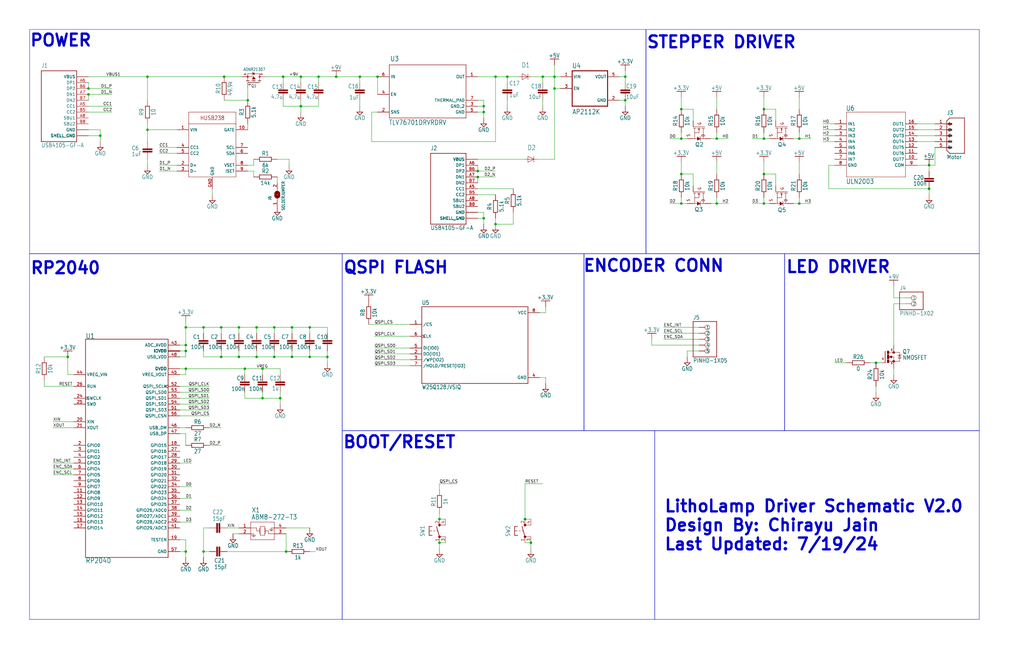
<source format=kicad_sch>
(kicad_sch (version 20231120) (generator "eeschema") (generator_version "8.0")
  (paper "User" 440.919 279.933)
  (title_block (title "Driver V2"))
  (junction (at 113.03 171.45))
  (junction (at 137.16 33.02))
  (junction (at 29.21 153.67))
  (junction (at 120.65 171.45))
  (junction (at 38.1 40.64))
  (junction (at 113.03 158.75))
  (junction (at 377.19 156.21))
  (junction (at 80.01 158.75))
  (junction (at 205.74 76.2))
  (junction (at 213.36 33.02))
  (junction (at 293.37 87.63))
  (junction (at 189.23 223.52))
  (junction (at 63.5 55.88))
  (junction (at 208.28 93.98))
  (junction (at 123.19 237.49))
  (junction (at 308.61 59.69))
  (junction (at 140.97 153.67))
  (junction (at 80.01 148.59))
  (junction (at 205.74 73.66))
  (junction (at 96.52 33.02))
  (junction (at 106.68 43.18))
  (junction (at 213.36 96.52))
  (junction (at 80.01 140.97))
  (junction (at 293.37 74.93))
  (junction (at 208.28 48.26))
  (junction (at 400.05 71.12))
  (junction (at 95.25 153.67))
  (junction (at 121.92 33.02))
  (junction (at 118.11 140.97))
  (junction (at 233.68 33.02))
  (junction (at 208.28 45.72))
  (junction (at 189.23 233.68))
  (junction (at 87.63 140.97))
  (junction (at 102.87 153.67))
  (junction (at 400.05 81.28))
  (junction (at 328.93 59.69))
  (junction (at 269.24 33.02))
  (junction (at 238.76 33.02))
  (junction (at 238.76 38.1))
  (junction (at 80.01 237.49))
  (junction (at 43.18 58.42))
  (junction (at 293.37 46.99))
  (junction (at 63.5 33.02))
  (junction (at 80.01 151.13))
  (junction (at 95.25 140.97))
  (junction (at 125.73 140.97))
  (junction (at 110.49 153.67))
  (junction (at 228.6 233.68))
  (junction (at 38.1 38.1))
  (junction (at 344.17 87.63))
  (junction (at 129.54 45.72))
  (junction (at 162.56 33.02))
  (junction (at 133.35 153.67))
  (junction (at 129.54 33.02))
  (junction (at 144.78 33.02))
  (junction (at 102.87 140.97))
  (junction (at 293.37 59.69))
  (junction (at 328.93 46.99))
  (junction (at 154.94 33.02))
  (junction (at 125.73 153.67))
  (junction (at 328.93 74.93))
  (junction (at 328.93 87.63))
  (junction (at 87.63 237.49))
  (junction (at 105.41 158.75))
  (junction (at 344.17 59.69))
  (junction (at 110.49 140.97))
  (junction (at 269.24 43.18))
  (junction (at 118.11 153.67))
  (junction (at 133.35 140.97))
  (junction (at 226.06 223.52))
  (junction (at 308.61 87.63))
  (junction (at 218.44 33.02))
  (wire (pts (xy 344.17 59.69) (xy 349.25 59.69)) (stroke (width 0.1524)))
  (wire (pts (xy 208.28 43.18) (xy 208.28 45.72)) (stroke (width 0.1524)))
  (wire (pts (xy 109.22 73.66) (xy 109.22 76.2)) (stroke (width 0.1524)))
  (wire (pts (xy 293.37 59.69) (xy 295.91 59.69)) (stroke (width 0.1524)))
  (wire (pts (xy 87.63 237.49) (xy 90.17 237.49)) (stroke (width 0.1524)))
  (wire (pts (xy 109.22 73.66) (xy 106.68 73.66)) (stroke (width 0.1524)))
  (wire (pts (xy 137.16 33.02) (xy 129.54 33.02)) (stroke (width 0.1524)))
  (wire (pts (xy 359.41 53.34) (xy 354.33 53.34)) (stroke (width 0.1524)))
  (wire (pts (xy 105.41 161.29) (xy 105.41 158.75)) (stroke (width 0.1524)))
  (wire (pts (xy 295.91 151.13) (xy 295.91 153.67)) (stroke (width 0.1524)))
  (wire (pts (xy 205.74 91.44) (xy 208.28 91.44)) (stroke (width 0.1524)))
  (wire (pts (xy 87.63 153.67) (xy 87.63 151.13)) (stroke (width 0.1524)))
  (wire (pts (xy 205.74 48.26) (xy 208.28 48.26)) (stroke (width 0.1524)))
  (wire (pts (xy 293.37 74.93) (xy 298.45 74.93)) (stroke (width 0.1524)))
  (wire (pts (xy 106.68 43.18) (xy 106.68 38.1)) (stroke (width 0.1524)))
  (wire (pts (xy 90.17 227.33) (xy 87.63 227.33)) (stroke (width 0.1524)))
  (wire (pts (xy 124.46 68.58) (xy 124.46 71.12)) (stroke (width 0.1524)))
  (wire (pts (xy 38.1 40.64) (xy 38.1 43.18)) (stroke (width 0.1524)))
  (wire (pts (xy 374.65 156.21) (xy 377.19 156.21)) (stroke (width 0.1524)))
  (wire (pts (xy 213.36 96.52) (xy 220.98 96.52)) (stroke (width 0.1524)))
  (wire (pts (xy 80.01 140.97) (xy 80.01 148.59)) (stroke (width 0.1524)))
  (wire (pts (xy 110.49 140.97) (xy 102.87 140.97)) (stroke (width 0.1524)))
  (wire (pts (xy 133.35 153.67) (xy 125.73 153.67)) (stroke (width 0.1524)))
  (wire (pts (xy 31.75 201.93) (xy 22.86 201.93)) (stroke (width 0.1524)))
  (wire (pts (xy 77.47 153.67) (xy 80.01 153.67)) (stroke (width 0.1524)))
  (wire (pts (xy 400.05 73.66) (xy 400.05 71.12)) (stroke (width 0.1524)))
  (wire (pts (xy 80.01 186.69) (xy 80.01 191.77)) (stroke (width 0.1524)))
  (wire (pts (xy 154.94 33.02) (xy 162.56 33.02)) (stroke (width 0.1524)))
  (wire (pts (xy 293.37 46.99) (xy 293.37 41.91)) (stroke (width 0.1524)))
  (wire (pts (xy 208.28 93.98) (xy 208.28 96.52)) (stroke (width 0.1524)))
  (wire (pts (xy 77.47 179.07) (xy 90.17 179.07)) (stroke (width 0.1524)))
  (wire (pts (xy 308.61 59.69) (xy 313.69 59.69)) (stroke (width 0.1524)))
  (wire (pts (xy 137.16 33.02) (xy 144.78 33.02)) (stroke (width 0.1524)))
  (wire (pts (xy 63.5 71.12) (xy 63.5 68.58)) (stroke (width 0.1524)))
  (wire (pts (xy 359.41 60.96) (xy 354.33 60.96)) (stroke (width 0.1524)))
  (wire (pts (xy 87.63 227.33) (xy 87.63 237.49)) (stroke (width 0.1524)))
  (wire (pts (xy 238.76 68.58) (xy 238.76 38.1)) (stroke (width 0.1524)))
  (wire (pts (xy 160.02 60.96) (xy 160.02 48.26)) (stroke (width 0.1524)))
  (wire (pts (xy 328.93 87.63) (xy 323.85 87.63)) (stroke (width 0.1524)))
  (wire (pts (xy 189.23 236.22) (xy 189.23 233.68)) (stroke (width 0.1524)))
  (wire (pts (xy 176.53 144.78) (xy 161.29 144.78)) (stroke (width 0.1524)))
  (wire (pts (xy 328.93 59.69) (xy 331.47 59.69)) (stroke (width 0.1524)))
  (wire (pts (xy 223.52 33.02) (xy 218.44 33.02)) (stroke (width 0.1524)))
  (wire (pts (xy 77.47 199.39) (xy 82.55 199.39)) (stroke (width 0.1524)))
  (wire (pts (xy 77.47 168.91) (xy 90.17 168.91)) (stroke (width 0.1524)))
  (wire (pts (xy 109.22 71.12) (xy 106.68 71.12)) (stroke (width 0.1524)))
  (wire (pts (xy 29.21 161.29) (xy 31.75 161.29)) (stroke (width 0.1524)))
  (wire (pts (xy 120.65 171.45) (xy 120.65 173.99)) (stroke (width 0.1524)))
  (wire (pts (xy 110.49 153.67) (xy 102.87 153.67)) (stroke (width 0.1524)))
  (wire (pts (xy 176.53 154.94) (xy 161.29 154.94)) (stroke (width 0.1524)))
  (wire (pts (xy 140.97 151.13) (xy 140.97 153.67)) (stroke (width 0.1524)))
  (wire (pts (xy 80.01 148.59) (xy 80.01 151.13)) (stroke (width 0.1524)))
  (wire (pts (xy 226.06 233.68) (xy 228.6 233.68)) (stroke (width 0.1524)))
  (wire (pts (xy 238.76 33.02) (xy 241.3 33.02)) (stroke (width 0.1524)))
  (wire (pts (xy 38.1 45.72) (xy 48.26 45.72)) (stroke (width 0.1524)))
  (wire (pts (xy 80.01 151.13) (xy 77.47 151.13)) (stroke (width 0.1524)))
  (wire (pts (xy 118.11 143.51) (xy 118.11 140.97)) (stroke (width 0.1524)))
  (wire (pts (xy 189.23 210.82) (xy 189.23 208.28)) (stroke (width 0.1524)))
  (wire (pts (xy 110.49 153.67) (xy 110.49 151.13)) (stroke (width 0.1524)))
  (wire (pts (xy 189.23 223.52) (xy 191.77 223.52)) (stroke (width 0.1524)))
  (wire (pts (xy 328.93 59.69) (xy 323.85 59.69)) (stroke (width 0.1524)))
  (wire (pts (xy 377.19 166.37) (xy 377.19 168.91)) (stroke (width 0.1524)))
  (wire (pts (xy 205.74 81.28) (xy 220.98 81.28)) (stroke (width 0.1524)))
  (wire (pts (xy 394.97 60.96) (xy 402.59 60.96)) (stroke (width 0.1524)))
  (wire (pts (xy 133.35 140.97) (xy 125.73 140.97)) (stroke (width 0.1524)))
  (wire (pts (xy 213.36 60.96) (xy 160.02 60.96)) (stroke (width 0.1524)))
  (wire (pts (xy 328.93 74.93) (xy 328.93 69.85)) (stroke (width 0.1524)))
  (wire (pts (xy 121.92 45.72) (xy 129.54 45.72)) (stroke (width 0.1524)))
  (wire (pts (xy 102.87 153.67) (xy 102.87 151.13)) (stroke (width 0.1524)))
  (wire (pts (xy 293.37 87.63) (xy 288.29 87.63)) (stroke (width 0.1524)))
  (wire (pts (xy 300.99 143.51) (xy 285.75 143.51)) (stroke (width 0.1524)))
  (wire (pts (xy 31.75 199.39) (xy 22.86 199.39)) (stroke (width 0.1524)))
  (wire (pts (xy 137.16 45.72) (xy 137.16 43.18)) (stroke (width 0.1524)))
  (wire (pts (xy 228.6 33.02) (xy 233.68 33.02)) (stroke (width 0.1524)))
  (wire (pts (xy 43.18 58.42) (xy 43.18 60.96)) (stroke (width 0.1524)))
  (wire (pts (xy 77.47 176.53) (xy 90.17 176.53)) (stroke (width 0.1524)))
  (wire (pts (xy 31.75 184.15) (xy 22.86 184.15)) (stroke (width 0.1524)))
  (wire (pts (xy 113.03 171.45) (xy 105.41 171.45)) (stroke (width 0.1524)))
  (wire (pts (xy 344.17 87.63) (xy 344.17 85.09)) (stroke (width 0.1524)))
  (wire (pts (xy 31.75 204.47) (xy 22.86 204.47)) (stroke (width 0.1524)))
  (wire (pts (xy 154.94 45.72) (xy 154.94 43.18)) (stroke (width 0.1524)))
  (wire (pts (xy 129.54 45.72) (xy 137.16 45.72)) (stroke (width 0.1524)))
  (wire (pts (xy 266.7 43.18) (xy 269.24 43.18)) (stroke (width 0.1524)))
  (wire (pts (xy 334.01 74.93) (xy 334.01 80.01)) (stroke (width 0.1524)))
  (wire (pts (xy 80.01 237.49) (xy 80.01 240.03)) (stroke (width 0.1524)))
  (wire (pts (xy 308.61 46.99) (xy 308.61 41.91)) (stroke (width 0.1524)))
  (wire (pts (xy 97.79 227.33) (xy 102.87 227.33)) (stroke (width 0.1524)))
  (wire (pts (xy 113.03 171.45) (xy 113.03 168.91)) (stroke (width 0.1524)))
  (wire (pts (xy 205.74 93.98) (xy 208.28 93.98)) (stroke (width 0.1524)))
  (wire (pts (xy 300.99 146.05) (xy 285.75 146.05)) (stroke (width 0.1524)))
  (wire (pts (xy 82.55 219.71) (xy 77.47 219.71)))
  (wire (pts (xy 269.24 30.48) (xy 269.24 33.02)) (stroke (width 0.1524)))
  (wire (pts (xy 118.11 153.67) (xy 118.11 151.13)) (stroke (width 0.1524)))
  (wire (pts (xy 38.1 55.88) (xy 43.18 55.88)) (stroke (width 0.1524)))
  (wire (pts (xy 110.49 143.51) (xy 110.49 140.97)) (stroke (width 0.1524)))
  (wire (pts (xy 218.44 35.56) (xy 218.44 33.02)) (stroke (width 0.1524)))
  (wire (pts (xy 80.01 158.75) (xy 80.01 161.29)) (stroke (width 0.1524)))
  (wire (pts (xy 76.2 73.66) (xy 68.58 73.66)) (stroke (width 0.1524)))
  (wire (pts (xy 341.63 59.69) (xy 344.17 59.69)) (stroke (width 0.1524)))
  (wire (pts (xy 208.28 45.72) (xy 208.28 48.26)) (stroke (width 0.1524)))
  (wire (pts (xy 133.35 237.49) (xy 135.89 237.49)))
  (wire (pts (xy 140.97 153.67) (xy 133.35 153.67)) (stroke (width 0.1524)))
  (wire (pts (xy 226.06 223.52) (xy 226.06 208.28)) (stroke (width 0.1524)))
  (wire (pts (xy 402.59 63.5) (xy 402.59 71.12)) (stroke (width 0.1524)))
  (wire (pts (xy 76.2 63.5) (xy 68.58 63.5)) (stroke (width 0.1524)))
  (wire (pts (xy 218.44 45.72) (xy 218.44 43.18)) (stroke (width 0.1524)))
  (wire (pts (xy 113.03 161.29) (xy 113.03 158.75)) (stroke (width 0.1524)))
  (wire (pts (xy 176.53 149.86) (xy 161.29 149.86)) (stroke (width 0.1524)))
  (wire (pts (xy 384.81 158.75) (xy 384.81 161.29)) (stroke (width 0.1524)))
  (wire (pts (xy 82.55 214.63) (xy 77.47 214.63)))
  (wire (pts (xy 231.14 68.58) (xy 238.76 68.58)) (stroke (width 0.1524)))
  (wire (pts (xy 233.68 43.18) (xy 233.68 45.72)) (stroke (width 0.1524)))
  (wire (pts (xy 140.97 140.97) (xy 133.35 140.97)) (stroke (width 0.1524)))
  (wire (pts (xy 356.87 81.28) (xy 400.05 81.28)) (stroke (width 0.1524)))
  (wire (pts (xy 234.95 132.08) (xy 234.95 134.62)) (stroke (width 0.1524)))
  (wire (pts (xy 91.44 83.82) (xy 91.44 81.28)) (stroke (width 0.1524)))
  (wire (pts (xy 234.95 134.62) (xy 232.41 134.62)) (stroke (width 0.1524)))
  (wire (pts (xy 95.25 143.51) (xy 95.25 140.97)) (stroke (width 0.1524)))
  (wire (pts (xy 19.05 163.83) (xy 19.05 166.37)) (stroke (width 0.1524)))
  (wire (pts (xy 77.47 148.59) (xy 80.01 148.59)) (stroke (width 0.1524)))
  (wire (pts (xy 208.28 50.8) (xy 208.28 48.26)) (stroke (width 0.1524)))
  (wire (pts (xy 77.47 166.37) (xy 90.17 166.37)) (stroke (width 0.1524)))
  (wire (pts (xy 241.3 38.1) (xy 238.76 38.1)) (stroke (width 0.1524)))
  (wire (pts (xy 328.93 46.99) (xy 334.01 46.99)) (stroke (width 0.1524)))
  (wire (pts (xy 359.41 71.12) (xy 356.87 71.12)) (stroke (width 0.1524)))
  (wire (pts (xy 133.35 153.67) (xy 133.35 151.13)) (stroke (width 0.1524)))
  (wire (pts (xy 356.87 71.12) (xy 356.87 81.28)) (stroke (width 0.1524)))
  (wire (pts (xy 269.24 33.02) (xy 266.7 33.02)) (stroke (width 0.1524)))
  (wire (pts (xy 90.17 184.15) (xy 95.25 184.15)) (stroke (width 0.1524)))
  (wire (pts (xy 377.19 156.21) (xy 379.73 156.21)) (stroke (width 0.1524)))
  (wire (pts (xy 29.21 153.67) (xy 29.21 161.29)) (stroke (width 0.1524)))
  (wire (pts (xy 293.37 87.63) (xy 295.91 87.63)) (stroke (width 0.1524)))
  (wire (pts (xy 328.93 57.15) (xy 328.93 59.69)) (stroke (width 0.1524)))
  (wire (pts (xy 334.01 46.99) (xy 334.01 52.07)) (stroke (width 0.1524)))
  (wire (pts (xy 176.53 157.48) (xy 161.29 157.48)) (stroke (width 0.1524)))
  (wire (pts (xy 96.52 43.18) (xy 106.68 43.18)) (stroke (width 0.1524)))
  (wire (pts (xy 77.47 158.75) (xy 80.01 158.75)) (stroke (width 0.1524)))
  (wire (pts (xy 280.67 146.05) (xy 280.67 148.59)) (stroke (width 0.1524)))
  (wire (pts (xy 308.61 87.63) (xy 313.69 87.63)) (stroke (width 0.1524)))
  (wire (pts (xy 121.92 43.18) (xy 121.92 45.72)) (stroke (width 0.1524)))
  (wire (pts (xy 394.97 53.34) (xy 402.59 53.34)) (stroke (width 0.1524)))
  (wire (pts (xy 293.37 57.15) (xy 293.37 59.69)) (stroke (width 0.1524)))
  (wire (pts (xy 158.75 139.7) (xy 176.53 139.7)) (stroke (width 0.1524)))
  (wire (pts (xy 102.87 143.51) (xy 102.87 140.97)) (stroke (width 0.1524)))
  (wire (pts (xy 306.07 87.63) (xy 308.61 87.63)) (stroke (width 0.1524)))
  (wire (pts (xy 118.11 140.97) (xy 110.49 140.97)) (stroke (width 0.1524)))
  (wire (pts (xy 328.93 87.63) (xy 331.47 87.63)) (stroke (width 0.1524)))
  (wire (pts (xy 298.45 46.99) (xy 298.45 52.07)) (stroke (width 0.1524)))
  (wire (pts (xy 344.17 46.99) (xy 344.17 41.91)) (stroke (width 0.1524)))
  (wire (pts (xy 77.47 173.99) (xy 90.17 173.99)) (stroke (width 0.1524)))
  (wire (pts (xy 205.74 43.18) (xy 208.28 43.18)) (stroke (width 0.1524)))
  (wire (pts (xy 113.03 158.75) (xy 105.41 158.75)) (stroke (width 0.1524)))
  (wire (pts (xy 234.95 162.56) (xy 234.95 165.1)) (stroke (width 0.1524)))
  (wire (pts (xy 189.23 220.98) (xy 189.23 223.52)) (stroke (width 0.1524)))
  (wire (pts (xy 394.97 55.88) (xy 402.59 55.88)) (stroke (width 0.1524)))
  (wire (pts (xy 300.99 140.97) (xy 285.75 140.97)) (stroke (width 0.1524)))
  (wire (pts (xy 95.25 140.97) (xy 87.63 140.97)) (stroke (width 0.1524)))
  (wire (pts (xy 344.17 87.63) (xy 349.25 87.63)) (stroke (width 0.1524)))
  (wire (pts (xy 308.61 87.63) (xy 308.61 85.09)) (stroke (width 0.1524)))
  (wire (pts (xy 205.74 33.02) (xy 213.36 33.02)) (stroke (width 0.1524)))
  (wire (pts (xy 359.41 58.42) (xy 354.33 58.42)) (stroke (width 0.1524)))
  (wire (pts (xy 123.19 237.49) (xy 97.79 237.49)) (stroke (width 0.1524)))
  (wire (pts (xy 213.36 33.02) (xy 213.36 60.96)) (stroke (width 0.1524)))
  (wire (pts (xy 63.5 33.02) (xy 63.5 43.18)) (stroke (width 0.1524)))
  (wire (pts (xy 300.99 151.13) (xy 295.91 151.13)) (stroke (width 0.1524)))
  (wire (pts (xy 102.87 140.97) (xy 95.25 140.97)) (stroke (width 0.1524)))
  (wire (pts (xy 400.05 71.12) (xy 394.97 71.12)) (stroke (width 0.1524)))
  (wire (pts (xy 123.19 229.87) (xy 123.19 237.49)) (stroke (width 0.1524)))
  (wire (pts (xy 144.78 33.02) (xy 154.94 33.02)) (stroke (width 0.1524)))
  (wire (pts (xy 80.01 161.29) (xy 77.47 161.29)) (stroke (width 0.1524)))
  (wire (pts (xy 38.1 33.02) (xy 63.5 33.02)) (stroke (width 0.1524)))
  (wire (pts (xy 226.06 223.52) (xy 228.6 223.52)) (stroke (width 0.1524)))
  (wire (pts (xy 129.54 33.02) (xy 129.54 35.56)) (stroke (width 0.1524)))
  (wire (pts (xy 125.73 143.51) (xy 125.73 140.97)) (stroke (width 0.1524)))
  (wire (pts (xy 208.28 91.44) (xy 208.28 93.98)) (stroke (width 0.1524)))
  (wire (pts (xy 87.63 140.97) (xy 80.01 140.97)) (stroke (width 0.1524)))
  (wire (pts (xy 205.74 78.74) (xy 205.74 76.2)) (stroke (width 0.1524)))
  (wire (pts (xy 359.41 55.88) (xy 354.33 55.88)) (stroke (width 0.1524)))
  (wire (pts (xy 306.07 59.69) (xy 308.61 59.69)) (stroke (width 0.1524)))
  (wire (pts (xy 213.36 83.82) (xy 205.74 83.82)) (stroke (width 0.1524)))
  (wire (pts (xy 120.65 168.91) (xy 120.65 171.45)) (stroke (width 0.1524)))
  (wire (pts (xy 102.87 153.67) (xy 95.25 153.67)) (stroke (width 0.1524)))
  (wire (pts (xy 205.74 45.72) (xy 208.28 45.72)) (stroke (width 0.1524)))
  (wire (pts (xy 95.25 153.67) (xy 87.63 153.67)) (stroke (width 0.1524)))
  (wire (pts (xy 125.73 153.67) (xy 118.11 153.67)) (stroke (width 0.1524)))
  (wire (pts (xy 213.36 93.98) (xy 213.36 96.52)) (stroke (width 0.1524)))
  (wire (pts (xy 269.24 35.56) (xy 269.24 33.02)) (stroke (width 0.1524)))
  (wire (pts (xy 228.6 236.22) (xy 228.6 233.68)) (stroke (width 0.1524)))
  (wire (pts (xy 205.74 76.2) (xy 213.36 76.2)) (stroke (width 0.1524)))
  (wire (pts (xy 140.97 153.67) (xy 140.97 156.21)) (stroke (width 0.1524)))
  (wire (pts (xy 38.1 40.64) (xy 48.26 40.64)) (stroke (width 0.1524)))
  (wire (pts (xy 121.92 33.02) (xy 114.3 33.02)) (stroke (width 0.1524)))
  (wire (pts (xy 344.17 74.93) (xy 344.17 69.85)) (stroke (width 0.1524)))
  (wire (pts (xy 82.55 224.79) (xy 77.47 224.79)))
  (wire (pts (xy 43.18 55.88) (xy 43.18 58.42)) (stroke (width 0.1524)))
  (wire (pts (xy 31.75 181.61) (xy 22.86 181.61)) (stroke (width 0.1524)))
  (wire (pts (xy 118.11 153.67) (xy 110.49 153.67)) (stroke (width 0.1524)))
  (wire (pts (xy 133.35 143.51) (xy 133.35 140.97)) (stroke (width 0.1524)))
  (wire (pts (xy 308.61 74.93) (xy 308.61 69.85)) (stroke (width 0.1524)))
  (wire (pts (xy 137.16 35.56) (xy 137.16 33.02)) (stroke (width 0.1524)))
  (wire (pts (xy 328.93 85.09) (xy 328.93 87.63)) (stroke (width 0.1524)))
  (wire (pts (xy 82.55 209.55) (xy 77.47 209.55)))
  (wire (pts (xy 189.23 208.28) (xy 196.85 208.28)) (stroke (width 0.1524)))
  (wire (pts (xy 129.54 48.26) (xy 129.54 45.72)) (stroke (width 0.1524)))
  (wire (pts (xy 400.05 83.82) (xy 400.05 81.28)) (stroke (width 0.1524)))
  (wire (pts (xy 129.54 45.72) (xy 129.54 43.18)) (stroke (width 0.1524)))
  (wire (pts (xy 328.93 74.93) (xy 334.01 74.93)) (stroke (width 0.1524)))
  (wire (pts (xy 105.41 171.45) (xy 105.41 168.91)) (stroke (width 0.1524)))
  (wire (pts (xy 121.92 35.56) (xy 121.92 33.02)) (stroke (width 0.1524)))
  (wire (pts (xy 106.68 53.34) (xy 106.68 55.88)) (stroke (width 0.1524)))
  (wire (pts (xy 189.23 233.68) (xy 191.77 233.68)) (stroke (width 0.1524)))
  (wire (pts (xy 87.63 140.97) (xy 87.63 143.51)) (stroke (width 0.1524)))
  (wire (pts (xy 328.93 46.99) (xy 328.93 41.91)) (stroke (width 0.1524)))
  (wire (pts (xy 119.38 68.58) (xy 124.46 68.58)) (stroke (width 0.1524)))
  (wire (pts (xy 176.53 152.4) (xy 161.29 152.4)) (stroke (width 0.1524)))
  (wire (pts (xy 119.38 76.2) (xy 119.38 78.74)))
  (wire (pts (xy 384.81 128.27) (xy 384.81 123.19)) (stroke (width 0.1524)))
  (wire (pts (xy 205.74 71.12) (xy 205.74 73.66)) (stroke (width 0.1524)))
  (wire (pts (xy 96.52 33.02) (xy 104.14 33.02)) (stroke (width 0.1524)))
  (wire (pts (xy 19.05 166.37) (xy 31.75 166.37)) (stroke (width 0.1524)))
  (wire (pts (xy 125.73 140.97) (xy 118.11 140.97)) (stroke (width 0.1524)))
  (wire (pts (xy 402.59 71.12) (xy 400.05 71.12)) (stroke (width 0.1524)))
  (wire (pts (xy 76.2 71.12) (xy 68.58 71.12)) (stroke (width 0.1524)))
  (wire (pts (xy 77.47 186.69) (xy 80.01 186.69)) (stroke (width 0.1524)))
  (wire (pts (xy 63.5 60.96) (xy 63.5 55.88)) (stroke (width 0.1524)))
  (wire (pts (xy 205.74 73.66) (xy 213.36 73.66)) (stroke (width 0.1524)))
  (wire (pts (xy 90.17 191.77) (xy 95.25 191.77)) (stroke (width 0.1524)))
  (wire (pts (xy 232.41 162.56) (xy 234.95 162.56)) (stroke (width 0.1524)))
  (wire (pts (xy 77.47 237.49) (xy 80.01 237.49)) (stroke (width 0.1524)))
  (wire (pts (xy 38.1 48.26) (xy 48.26 48.26)) (stroke (width 0.1524)))
  (wire (pts (xy 238.76 27.94) (xy 238.76 33.02)) (stroke (width 0.1524)))
  (wire (pts (xy 38.1 35.56) (xy 38.1 38.1)) (stroke (width 0.1524)))
  (wire (pts (xy 364.49 156.21) (xy 359.41 156.21)) (stroke (width 0.1524)))
  (wire (pts (xy 120.65 158.75) (xy 113.03 158.75)) (stroke (width 0.1524)))
  (wire (pts (xy 121.92 33.02) (xy 129.54 33.02)) (stroke (width 0.1524)))
  (wire (pts (xy 238.76 38.1) (xy 238.76 33.02)) (stroke (width 0.1524)))
  (wire (pts (xy 389.89 128.27) (xy 384.81 128.27)) (stroke (width 0.1524)))
  (wire (pts (xy 140.97 143.51) (xy 140.97 140.97)) (stroke (width 0.1524)))
  (wire (pts (xy 308.61 59.69) (xy 308.61 57.15)) (stroke (width 0.1524)))
  (wire (pts (xy 233.68 33.02) (xy 238.76 33.02)) (stroke (width 0.1524)))
  (wire (pts (xy 226.06 208.28) (xy 233.68 208.28)) (stroke (width 0.1524)))
  (wire (pts (xy 100.33 229.87) (xy 102.87 229.87)) (stroke (width 0.1524)))
  (wire (pts (xy 154.94 33.02) (xy 154.94 35.56)) (stroke (width 0.1524)))
  (wire (pts (xy 205.74 68.58) (xy 226.06 68.58)) (stroke (width 0.1524)))
  (wire (pts (xy 80.01 184.15) (xy 77.47 184.15)) (stroke (width 0.1524)))
  (wire (pts (xy 38.1 38.1) (xy 48.26 38.1)) (stroke (width 0.1524)))
  (wire (pts (xy 125.73 153.67) (xy 125.73 151.13)) (stroke (width 0.1524)))
  (wire (pts (xy 344.17 59.69) (xy 344.17 57.15)) (stroke (width 0.1524)))
  (wire (pts (xy 76.2 55.88) (xy 63.5 55.88)) (stroke (width 0.1524)))
  (wire (pts (xy 293.37 46.99) (xy 298.45 46.99)) (stroke (width 0.1524)))
  (wire (pts (xy 160.02 48.26) (xy 162.56 48.26)) (stroke (width 0.1524)))
  (wire (pts (xy 63.5 55.88) (xy 63.5 53.34)) (stroke (width 0.1524)))
  (wire (pts (xy 220.98 91.44) (xy 220.98 96.52)) (stroke (width 0.1524)))
  (wire (pts (xy 218.44 33.02) (xy 213.36 33.02)) (stroke (width 0.1524)))
  (wire (pts (xy 293.37 74.93) (xy 293.37 69.85)) (stroke (width 0.1524)))
  (wire (pts (xy 389.89 130.81) (xy 384.81 130.81)) (stroke (width 0.1524)))
  (wire (pts (xy 341.63 87.63) (xy 344.17 87.63)) (stroke (width 0.1524)))
  (wire (pts (xy 77.47 171.45) (xy 90.17 171.45)) (stroke (width 0.1524)))
  (wire (pts (xy 123.19 227.33) (xy 133.35 227.33)) (stroke (width 0.1524)))
  (wire (pts (xy 95.25 153.67) (xy 95.25 151.13)) (stroke (width 0.1524)))
  (wire (pts (xy 38.1 58.42) (xy 43.18 58.42)) (stroke (width 0.1524)))
  (wire (pts (xy 109.22 68.58) (xy 109.22 71.12)) (stroke (width 0.1524)))
  (wire (pts (xy 87.63 237.49) (xy 87.63 240.03)) (stroke (width 0.1524)))
  (wire (pts (xy 120.65 161.29) (xy 120.65 158.75)) (stroke (width 0.1524)))
  (wire (pts (xy 300.99 148.59) (xy 280.67 148.59)) (stroke (width 0.1524)))
  (wire (pts (xy 120.65 171.45) (xy 113.03 171.45)) (stroke (width 0.1524)))
  (wire (pts (xy 80.01 158.75) (xy 105.41 158.75)) (stroke (width 0.1524)))
  (wire (pts (xy 19.05 153.67) (xy 29.21 153.67)) (stroke (width 0.1524)))
  (wire (pts (xy 80.01 138.43) (xy 80.01 140.97)) (stroke (width 0.1524)))
  (wire (pts (xy 384.81 130.81) (xy 384.81 148.59)) (stroke (width 0.1524)))
  (wire (pts (xy 293.37 59.69) (xy 288.29 59.69)) (stroke (width 0.1524)))
  (wire (pts (xy 96.52 33.02) (xy 63.5 33.02)) (stroke (width 0.1524)))
  (wire (pts (xy 233.68 33.02) (xy 233.68 35.56)) (stroke (width 0.1524)))
  (wire (pts (xy 269.24 43.18) (xy 269.24 45.72)) (stroke (width 0.1524)))
  (wire (pts (xy 394.97 58.42) (xy 402.59 58.42)) (stroke (width 0.1524)))
  (wire (pts (xy 293.37 85.09) (xy 293.37 87.63)) (stroke (width 0.1524)))
  (wire (pts (xy 162.56 40.64) (xy 162.56 33.02)) (stroke (width 0.1524)))
  (wire (pts (xy 68.58 66.04) (xy 76.2 66.04)) (stroke (width 0.1524)))
  (wire (pts (xy 298.45 74.93) (xy 298.45 80.01)) (stroke (width 0.1524)))
  (wire (pts (xy 80.01 151.13) (xy 80.01 153.67)) (stroke (width 0.1524)))
  (wire (pts (xy 80.01 232.41) (xy 80.01 237.49)) (stroke (width 0.1524)))
  (wire (pts (xy 77.47 232.41) (xy 80.01 232.41)) (stroke (width 0.1524)))
  (rectangle (start 251.46 109.22) (end 337.82 185.42))
  (rectangle (start 147.32 185.42) (end 281.94 266.7))
  (rectangle (start 12.7 109.22) (end 147.32 266.7))
  (rectangle (start 12.7327 12.6871) (end 278.1627 109.22))
  (rectangle (start 147.32 109.22) (end 251.46 185.42))
  (rectangle (start 337.82 109.22) (end 421.64 185.42))
  (rectangle (start 278.13 12.7) (end 421.64 109.22))
  (text_box "LithoLamp Driver Schematic V2.0\nDesign By: Chirayu Jain\nLast Updated: 7/19/24\n" (at 281.94 185.42 0) (size 139.7 81.28) (effects (font (size 5.08 5.08) (thickness 1.016) (bold yes)) (justify left)))
  (text "STEPPER DRIVER\n" (at 310.642 18.288 0) (effects (font (size 5.08 5.08) (thickness 1.016) (bold yes))))
  (text "RP2040" (at 28.194 115.57 0) (effects (font (size 5.08 5.08) (thickness 1.016) (bold yes))))
  (text "QSPI FLASH" (at 170.434 115.316 0) (effects (font (size 5.08 5.08) (thickness 1.016) (bold yes))))
  (text "ENCODER CONN\n" (at 281.432 114.554 0) (effects (font (size 5.08 5.08) (thickness 1.016) (bold yes))))
  (text "BOOT/RESET" (at 171.958 190.5 0) (effects (font (size 5.08 5.08) (thickness 1.016) (bold yes))))
  (text "LED DRIVER\n" (at 360.934 115.062 0) (effects (font (size 5.08 5.08) (thickness 1.016) (bold yes))))
  (text "POWER\n" (at 26.162 17.526 0) (effects (font (size 5.08 5.08) (thickness 1.016) (bold yes))))
  (label "QSPI_SD0" (at 90.17 168.91 180) (effects (font (size 1.2446 1.2446))))
  (label "H0" (at 354.33 53.34 0) (effects (font (size 1.2446 1.2446))))
  (label "QSPI_SD1" (at 161.29 152.4 0) (effects (font (size 1.2446 1.2446))))
  (label "D3" (at 323.85 87.63 0) (effects (font (size 1.2446 1.2446))))
  (label "D3" (at 82.55 224.79 180) (effects (font (size 1.2446 1.2446))))
  (label "D1_N" (at 48.26 40.64 180) (effects (font (size 1.2446 1.2446))))
  (label "RESET" (at 25.4 166.37 0) (effects (font (size 1.2446 1.2446))))
  (label "H1" (at 349.25 59.69 180) (effects (font (size 1.2446 1.2446))))
  (label "ENC_SCL" (at 22.86 204.47 0) (effects (font (size 1.2446 1.2446))))
  (label "D0" (at 82.55 209.55 180) (effects (font (size 1.2446 1.2446))))
  (label "QSPI_CS" (at 161.29 139.7 0) (effects (font (size 1.2446 1.2446))))
  (label "D2_P" (at 213.36 73.66 180) (effects (font (size 1.2446 1.2446))))
  (label "QSPI_SD2" (at 161.29 154.94 0) (effects (font (size 1.2446 1.2446))))
  (label "ENC_SDA" (at 22.86 201.93 0) (effects (font (size 1.2446 1.2446))))
  (label "ENC_SCL" (at 285.75 143.51 0) (effects (font (size 1.2446 1.2446))))
  (label "CC1" (at 48.26 45.72 180) (effects (font (size 1.2446 1.2446))))
  (label "D2_P" (at 90.17 191.77 0) (effects (font (size 1.2446 1.2446))))
  (label "D1_P" (at 68.58 71.12 0) (effects (font (size 1.2446 1.2446))))
  (label "VREG" (at 110.49 158.75 0) (effects (font (size 1.2446 1.2446))))
  (label "QSPI_SD1" (at 90.17 171.45 180) (effects (font (size 1.2446 1.2446))))
  (label "XIN" (at 22.86 181.61 0) (effects (font (size 1.2446 1.2446))))
  (label "ENC_SDA" (at 285.75 146.05 0) (effects (font (size 1.2446 1.2446))))
  (label "D1" (at 82.55 214.63 180) (effects (font (size 1.2446 1.2446))))
  (label "LED" (at 82.55 199.39 180) (effects (font (size 1.2446 1.2446))))
  (label "D2_N" (at 90.17 184.15 0) (effects (font (size 1.2446 1.2446))))
  (label "QSPI_CS" (at 90.17 179.07 180) (effects (font (size 1.2446 1.2446))))
  (label "QSPI_SD3" (at 90.17 176.53 180) (effects (font (size 1.2446 1.2446))))
  (label "CC2" (at 48.26 48.26 180) (effects (font (size 1.2446 1.2446))))
  (label "QSPI_SD3" (at 161.29 157.48 0) (effects (font (size 1.2446 1.2446))))
  (label "D0" (at 288.29 59.69 0) (effects (font (size 1.2446 1.2446))))
  (label "VBUS1" (at 45.72 33.02 0) (effects (font (size 1.2446 1.2446))))
  (label "ENC_INT" (at 22.86 199.39 0) (effects (font (size 1.2446 1.2446))))
  (label "H0" (at 313.69 59.69 180) (effects (font (size 1.2446 1.2446))))
  (label "QSPI_CS" (at 189.23 208.28 0) (effects (font (size 1.2446 1.2446))))
  (label "D1_N" (at 68.58 73.66 0) (effects (font (size 1.2446 1.2446))))
  (label "+9V" (at 124.46 33.02 0) (effects (font (size 1.2446 1.2446))))
  (label "H3" (at 354.33 60.96 0) (effects (font (size 1.2446 1.2446))))
  (label "H2" (at 354.33 58.42 0) (effects (font (size 1.2446 1.2446))))
  (label "QSPI_SD2" (at 90.17 173.99 180) (effects (font (size 1.2446 1.2446))))
  (label "H2" (at 313.69 87.63 180) (effects (font (size 1.2446 1.2446))))
  (label "ENC_INT" (at 285.75 140.97 0) (effects (font (size 1.2446 1.2446))))
  (label "D2" (at 82.55 219.71 180) (effects (font (size 1.2446 1.2446))))
  (label "QSPI_SD0" (at 161.29 149.86 0) (effects (font (size 1.2446 1.2446))))
  (label "D1_P" (at 48.26 38.1 180) (effects (font (size 1.2446 1.2446))))
  (label "RESET" (at 226.06 208.28 0) (effects (font (size 1.2446 1.2446))))
  (label "XIN" (at 97.79 227.33 0) (effects (font (size 1.2446 1.2446))))
  (label "D2" (at 288.29 87.63 0) (effects (font (size 1.2446 1.2446))))
  (label "XOUT" (at 135.89 237.49 0) (effects (font (size 1.2446 1.2446))))
  (label "CC1" (at 68.58 63.5 0) (effects (font (size 1.2446 1.2446))))
  (label "H3" (at 349.25 87.63 180) (effects (font (size 1.2446 1.2446))))
  (label "D2_N" (at 213.36 76.2 180) (effects (font (size 1.2446 1.2446))))
  (label "QSPI_CLK" (at 161.29 144.78 0) (effects (font (size 1.2446 1.2446))))
  (label "D1" (at 323.85 59.69 0) (effects (font (size 1.2446 1.2446))))
  (label "LED" (at 359.41 156.21 0) (effects (font (size 1.2446 1.2446))))
  (label "H1" (at 354.33 55.88 0) (effects (font (size 1.2446 1.2446))))
  (label "CC2" (at 68.58 66.04 0) (effects (font (size 1.2446 1.2446))))
  (label "QSPI_CLK" (at 90.17 166.37 180) (effects (font (size 1.2446 1.2446))))
  (label "XOUT" (at 22.86 184.15 0) (effects (font (size 1.2446 1.2446))))
  (symbol (lib_id "DriverV2-eagle-import:Power_Symbols_GND") (at 234.95 167.64 0) (unit 1)
    (property "Reference" "#SUPPLY20" (effects (hide yes)))
    (property "Value" "GND" (at 234.95 170.18 0) (effects (font (size 1.778 1.5113))))
  )
  (symbol (lib_name "RCHIP-0603(1608-METRIC)_8") (lib_id "DriverV2-eagle-import:RCHIP-0603(1608-METRIC)") (at 293.37 52.07 90) (unit 1)
    (property "Reference" "R14" (at 290.83 52.07 0) (effects (font (size 1.778 1.5113))))
    (property "Value" "10k" (at 295.91 52.07 0) (effects (font (size 1.778 1.5113))))
    (property "Footprint" "DriverV2:RESC1608X60" (effects (hide yes)))
  )
  (symbol (lib_id "DriverV2-eagle-import:Power_Symbols_+3.3V") (at 293.37 69.85 0) (unit 1)
    (property "Reference" "#SUPPLY37" (effects (hide yes)))
    (property "Value" "+3.3V" (at 293.243 66.802 0) (effects (font (size 1.778 1.5113)) (justify bottom)))
  )
  (symbol (lib_id "DriverV2-eagle-import:Power_Symbols_GND") (at 400.05 86.36 0) (unit 1)
    (property "Reference" "#SUPPLY33" (effects (hide yes)))
    (property "Value" "GND" (at 400.05 88.9 0) (effects (font (size 1.778 1.5113))))
  )
  (symbol (lib_id "DriverV2-eagle-import:Power_Symbols_GND") (at 218.44 48.26 0) (unit 1)
    (property "Reference" "#SUPPLY16" (effects (hide yes)))
    (property "Value" "GND" (at 218.44 50.8 0) (effects (font (size 1.778 1.5113))))
  )
  (symbol (lib_name "RCHIP-0603(1608-METRIC)_14") (lib_id "DriverV2-eagle-import:RCHIP-0603(1608-METRIC)") (at 344.17 52.07 90) (unit 1)
    (property "Reference" "R17" (at 341.63 52.07 0) (effects (font (size 1.778 1.5113))))
    (property "Value" "10k" (at 346.71 52.07 0) (effects (font (size 1.778 1.5113))))
    (property "Footprint" "DriverV2:RESC1608X60" (effects (hide yes)))
  )
  (symbol (lib_id "DriverV2-eagle-import:Power_Symbols_+5V") (at 308.61 69.85 0) (unit 1)
    (property "Reference" "#SUPPLY36" (effects (hide yes)))
    (property "Value" "+5V" (at 308.483 66.802 0) (effects (font (size 1.778 1.5113)) (justify bottom)))
  )
  (symbol (lib_name "RCHIP-0603(1608-METRIC)_5") (lib_id "DriverV2-eagle-import:RCHIP-0603(1608-METRIC)") (at 114.3 76.2 0) (unit 1)
    (property "Reference" "R2" (at 114.3 73.66 0) (effects (font (size 1.778 1.5113))))
    (property "Value" "14k" (at 114.3 78.74 0) (effects (font (size 1.778 1.5113))))
    (property "Footprint" "DriverV2:RESC1608X60" (effects (hide yes)))
  )
  (symbol (lib_name "RCHIP-0603(1608-METRIC)_1") (lib_id "DriverV2-eagle-import:RCHIP-0603(1608-METRIC)") (at 63.5 48.26 90) (unit 1)
    (property "Reference" "R9" (at 60.96 48.26 0) (effects (font (size 1.778 1.5113))))
    (property "Value" "10" (at 66.04 48.26 0) (effects (font (size 1.778 1.5113))))
    (property "Footprint" "DriverV2:RESC1608X60" (effects (hide yes)))
  )
  (symbol (lib_id "DriverV2-eagle-import:Power_Symbols_+3.3V") (at 80.01 138.43 0) (unit 1)
    (property "Reference" "#SUPPLY11" (effects (hide yes)))
    (property "Value" "+3.3V" (at 79.883 135.382 0) (effects (font (size 1.778 1.5113)) (justify bottom)))
  )
  (symbol (lib_id "DriverV2-eagle-import:PINHD-1X02_1X02M") (at 392.43 130.81 0) (unit 1)
    (property "Reference" "J4" (at 387.35 124.968 0) (effects (font (size 1.778 1.5113)) (justify left bottom)))
    (property "Value" "PINHD-1X02" (at 387.35 135.89 0) (effects (font (size 1.778 1.5113)) (justify left bottom)))
    (property "Footprint" "DriverV2:1X02" (effects (hide yes)))
  )
  (symbol (lib_name "RCHIP-0603(1608-METRIC)_10") (lib_id "DriverV2-eagle-import:RCHIP-0603(1608-METRIC)") (at 293.37 80.01 90) (unit 1)
    (property "Reference" "R18" (at 290.83 80.01 0) (effects (font (size 1.778 1.5113))))
    (property "Value" "10k" (at 295.91 80.01 0) (effects (font (size 1.778 1.5113))))
    (property "Footprint" "DriverV2:RESC1608X60" (effects (hide yes)))
  )
  (symbol (lib_name "RCHIP-0603(1608-METRIC)_11") (lib_id "DriverV2-eagle-import:RCHIP-0603(1608-METRIC)") (at 308.61 80.01 90) (unit 1)
    (property "Reference" "R19" (at 306.07 80.01 0) (effects (font (size 1.778 1.5113))))
    (property "Value" "10k" (at 311.15 80.01 0) (effects (font (size 1.778 1.5113))))
    (property "Footprint" "DriverV2:RESC1608X60" (effects (hide yes)))
  )
  (symbol (lib_id "DriverV2-eagle-import:Power_Symbols_GND") (at 124.46 73.66 0) (unit 1)
    (property "Reference" "#SUPPLY3" (effects (hide yes)))
    (property "Value" "GND" (at 124.46 76.2 0) (effects (font (size 1.778 1.5113))))
  )
  (symbol (lib_id "DriverV2-eagle-import:SPST_TACT-KMR2") (at 226.06 228.6 0) (unit 1)
    (property "Reference" "SW2" (at 219.71 231.14 90) (effects (font (size 1.778 1.5113)) (justify left bottom)))
    (property "Value" "RESET" (effects (hide yes)))
    (property "Footprint" "DriverV2:KMR2" (effects (hide yes)))
  )
  (symbol (lib_name "CCHIP-0603(1608-METRIC)_6") (lib_id "DriverV2-eagle-import:CCHIP-0603(1608-METRIC)") (at 233.68 38.1 0) (unit 1)
    (property "Reference" "C18" (at 228.6 38.1 0) (effects (font (size 1.778 1.5113)) (justify left bottom)))
    (property "Value" "10uF" (at 227.584 42.672 0) (effects (font (size 1.778 1.5113)) (justify left bottom)))
    (property "Footprint" "DriverV2:CAPC1608X85" (effects (hide yes)))
  )
  (symbol (lib_id "DriverV2-eagle-import:Power_Symbols_+3.3V") (at 269.24 30.48 0) (unit 1)
    (property "Reference" "#SUPPLY10" (effects (hide yes)))
    (property "Value" "+3.3V" (at 269.113 27.432 0) (effects (font (size 1.778 1.5113)) (justify bottom)))
  )
  (symbol (lib_id "DriverV2-eagle-import:Power_Symbols_+3.3V") (at 328.93 41.91 0) (unit 1)
    (property "Reference" "#SUPPLY39" (effects (hide yes)))
    (property "Value" "+3.3V" (at 328.803 38.862 0) (effects (font (size 1.778 1.5113)) (justify bottom)))
  )
  (symbol (lib_id "DriverV2-eagle-import:CCHIP-0402(1005-METRIC)") (at 120.65 163.83 0) (unit 1)
    (property "Reference" "C12" (at 116.078 163.83 0) (effects (font (size 1.778 1.5113)) (justify left bottom)))
    (property "Value" "1u" (at 117.094 168.148 0) (effects (font (size 1.778 1.5113)) (justify left bottom)))
    (property "Footprint" "DriverV2:CAPC1005X60" (effects (hide yes)))
  )
  (symbol (lib_name "CCHIP-0603(1608-METRIC)_2") (lib_id "DriverV2-eagle-import:CCHIP-0603(1608-METRIC)") (at 121.92 38.1 0) (unit 1)
    (property "Reference" "C13" (at 117.094 38.354 0) (effects (font (size 1.778 1.5113)) (justify left bottom)))
    (property "Value" "4.7u" (at 116.586 42.672 0) (effects (font (size 1.778 1.5113)) (justify left bottom)))
    (property "Footprint" "DriverV2:CAPC1608X85" (effects (hide yes)))
  )
  (symbol (lib_id "DriverV2-eagle-import:SPST_TACT-KMR2") (at 189.23 228.6 0) (unit 1)
    (property "Reference" "SW1" (at 182.88 231.14 90) (effects (font (size 1.778 1.5113)) (justify left bottom)))
    (property "Value" "RESET" (effects (hide yes)))
    (property "Footprint" "DriverV2:KMR2" (effects (hide yes)))
  )
  (symbol (lib_id "DriverV2-eagle-import:Power_Symbols_GND") (at 100.33 232.41 0) (unit 1)
    (property "Reference" "#SUPPLY24" (effects (hide yes)))
    (property "Value" "GND" (at 100.33 234.95 0) (effects (font (size 1.778 1.5113))))
  )
  (symbol (lib_name "RCHIP-0603(1608-METRIC)_2") (lib_id "DriverV2-eagle-import:RCHIP-0603(1608-METRIC)") (at 96.52 38.1 90) (unit 1)
    (property "Reference" "R10" (at 93.98 38.1 0) (effects (font (size 1.778 1.5113))))
    (property "Value" "49.9k" (at 99.06 38.1 0) (effects (font (size 1.778 1.5113))))
    (property "Footprint" "DriverV2:RESC1608X60" (effects (hide yes)))
  )
  (symbol (lib_name "CCHIP-0603(1608-METRIC)_1") (lib_id "DriverV2-eagle-import:CCHIP-0603(1608-METRIC)") (at 63.5 63.5 0) (unit 1)
    (property "Reference" "C6" (at 56.642 64.77 0) (effects (font (size 1.778 1.5113)) (justify left bottom)))
    (property "Value" "1uF" (at 56.642 67.31 0) (effects (font (size 1.778 1.5113)) (justify left bottom)))
    (property "Footprint" "DriverV2:CAPC1608X85" (effects (hide yes)))
  )
  (symbol (lib_id "DriverV2-eagle-import:Power_Symbols_GND") (at 120.65 176.53 0) (unit 1)
    (property "Reference" "#SUPPLY28" (effects (hide yes)))
    (property "Value" "GND" (at 120.65 179.07 0) (effects (font (size 1.778 1.5113))))
  )
  (symbol (lib_id "DriverV2-eagle-import:Power_Symbols_GND") (at 208.28 99.06 0) (unit 1)
    (property "Reference" "#SUPPLY8" (effects (hide yes)))
    (property "Value" "GND" (at 208.28 101.6 0) (effects (font (size 1.778 1.5113))))
  )
  (symbol (lib_id "DriverV2-eagle-import:MOSFET-NCH-BSS138") (at 336.55 85.09 270) (unit 1)
    (property "Reference" "Q5" (at 334.772 91.44 90) (effects (font (size 1.778 1.778)) (justify left bottom)))
    (property "Value" "220mA/50V/3.5Ω" (effects (hide yes)))
    (property "Footprint" "DriverV2:SOT23-3" (effects (hide yes)))
  )
  (symbol (lib_id "DriverV2-eagle-import:CCHIP-0603(1608-METRIC)") (at 95.25 237.49 270) (unit 1)
    (property "Reference" "C21" (at 92.202 242.316 90) (effects (font (size 1.778 1.5113)) (justify left bottom)))
    (property "Value" "15pF" (at 92.202 245.11 90) (effects (font (size 1.778 1.5113)) (justify left bottom)))
    (property "Footprint" "DriverV2:CAPC1608X85" (effects (hide yes)))
  )
  (symbol (lib_name "CCHIP-0402(1005-METRIC)_3") (lib_id "DriverV2-eagle-import:CCHIP-0402(1005-METRIC)") (at 102.87 146.05 0) (unit 1)
    (property "Reference" "C3" (at 98.298 146.05 0) (effects (font (size 1.778 1.5113)) (justify left bottom)))
    (property "Value" "100n" (at 97.282 150.368 0) (effects (font (size 1.778 1.5113)) (justify left bottom)))
    (property "Footprint" "DriverV2:CAPC1005X60" (effects (hide yes)))
  )
  (symbol (lib_id "DriverV2-eagle-import:NSR0320MW2T1GSOD-323_1P8X1P35_ONS-M") (at 226.06 33.02 180) (unit 1)
    (property "Reference" "D1" (at 228.2454 26.8986 0) (effects (font (size 2.083 1.7705)) (justify left bottom)))
    (property "Value" "NSR0320MW2T1GSOD-323_1P8X1P35_ONS-M" (effects (hide yes)))
    (property "Footprint" "DriverV2:SOD-323_1P8X1P35_ONS-M" (effects (hide yes)))
  )
  (symbol (lib_id "DriverV2-eagle-import:CCHIP-0603(1608-METRIC)") (at 269.24 38.1 0) (unit 1)
    (property "Reference" "C19" (at 269.494 38.1 0) (effects (font (size 1.778 1.5113)) (justify left bottom)))
    (property "Value" "10uF" (at 269.494 42.672 0) (effects (font (size 1.778 1.5113)) (justify left bottom)))
    (property "Footprint" "DriverV2:CAPC1608X85" (effects (hide yes)))
  )
  (symbol (lib_id "DriverV2-eagle-import:Power_Symbols_GND") (at 80.01 242.57 0) (unit 1)
    (property "Reference" "#SUPPLY9" (effects (hide yes)))
    (property "Value" "GND" (at 80.01 245.11 0) (effects (font (size 1.778 1.5113))))
  )
  (symbol (lib_name "RCHIP-0603(1608-METRIC)_15") (lib_id "DriverV2-eagle-import:RCHIP-0603(1608-METRIC)") (at 344.17 80.01 90) (unit 1)
    (property "Reference" "R21" (at 341.63 80.01 0) (effects (font (size 1.778 1.5113))))
    (property "Value" "10k" (at 346.71 80.01 0) (effects (font (size 1.778 1.5113))))
    (property "Footprint" "DriverV2:RESC1608X60" (effects (hide yes)))
  )
  (symbol (lib_id "DriverV2-eagle-import:Power_Symbols_GND") (at 129.54 50.8 0) (unit 1)
    (property "Reference" "#SUPPLY4" (effects (hide yes)))
    (property "Value" "GND" (at 129.54 53.34 0) (effects (font (size 1.778 1.5113))))
  )
  (symbol (lib_id "DriverV2-eagle-import:Power_Symbols_GND") (at 87.63 242.57 0) (unit 1)
    (property "Reference" "#SUPPLY26" (effects (hide yes)))
    (property "Value" "GND" (at 87.63 245.11 0) (effects (font (size 1.778 1.5113))))
  )
  (symbol (lib_id "DriverV2-eagle-import:CCHIP-0603(1608-METRIC)") (at 400.05 76.2 0) (unit 1)
    (property "Reference" "C20" (at 393.192 77.47 0) (effects (font (size 1.778 1.5113)) (justify left bottom)))
    (property "Value" "100n" (at 393.192 80.01 0) (effects (font (size 1.778 1.5113)) (justify left bottom)))
    (property "Footprint" "DriverV2:CAPC1608X85" (effects (hide yes)))
  )
  (symbol (lib_name "RCHIP-0603(1608-METRIC)_3") (lib_id "DriverV2-eagle-import:RCHIP-0603(1608-METRIC)") (at 106.68 48.26 90) (unit 1)
    (property "Reference" "R3" (at 104.14 48.26 0) (effects (font (size 1.778 1.5113))))
    (property "Value" "5.1k" (at 109.22 48.26 0) (effects (font (size 1.778 1.5113))))
    (property "Footprint" "DriverV2:RESC1608X60" (effects (hide yes)))
  )
  (symbol (lib_id "DriverV2-eagle-import:SOLDERJUMPER") (at 119.38 83.82 90) (unit 1)
    (property "Reference" "J6" (at 116.84 86.36 0) (effects (font (size 1.27 1.0795)) (justify left bottom)))
    (property "Value" "SOLDERJUMPER" (at 122.682 90.678 0) (effects (font (size 1.27 1.0795)) (justify left bottom)))
    (property "Footprint" "DriverV2:SOLDERJUMPER_ARROW_NOPASTE" (effects (hide yes)))
  )
  (symbol (lib_name "CCHIP-0402(1005-METRIC)_2") (lib_id "DriverV2-eagle-import:CCHIP-0402(1005-METRIC)") (at 95.25 146.05 0) (unit 1)
    (property "Reference" "C2" (at 90.678 146.05 0) (effects (font (size 1.778 1.5113)) (justify left bottom)))
    (property "Value" "100n" (at 89.662 150.368 0) (effects (font (size 1.778 1.5113)) (justify left bottom)))
    (property "Footprint" "DriverV2:CAPC1005X60" (effects (hide yes)))
  )
  (symbol (lib_id "DriverV2-eagle-import:MOSFET-NCH-BSS138") (at 336.55 57.15 270) (unit 1)
    (property "Reference" "Q4" (at 334.772 63.246 90) (effects (font (size 1.778 1.778)) (justify left bottom)))
    (property "Value" "220mA/50V/3.5Ω" (effects (hide yes)))
    (property "Footprint" "DriverV2:SOT23-3" (effects (hide yes)))
  )
  (symbol (lib_id "DriverV2-eagle-import:Power_Symbols_+3.3V") (at 293.37 41.91 0) (unit 1)
    (property "Reference" "#SUPPLY35" (effects (hide yes)))
    (property "Value" "+3.3V" (at 293.243 38.862 0) (effects (font (size 1.778 1.5113)) (justify bottom)))
  )
  (symbol (lib_id "DriverV2-eagle-import:Power_Symbols_GND") (at 140.97 158.75 0) (unit 1)
    (property "Reference" "#SUPPLY27" (effects (hide yes)))
    (property "Value" "GND" (at 140.97 161.29 0) (effects (font (size 1.778 1.5113))))
  )
  (symbol (lib_id "DriverV2-eagle-import:Power_Symbols_GND") (at 295.91 156.21 0) (unit 1)
    (property "Reference" "#SUPPLY31" (effects (hide yes)))
    (property "Value" "GND" (at 295.91 158.75 0) (effects (font (size 1.778 1.5113))))
  )
  (symbol (lib_name "RCHIP-0603(1608-METRIC)_17") (lib_id "DriverV2-eagle-import:RCHIP-0603(1608-METRIC)") (at 85.09 184.15 0) (unit 1)
    (property "Reference" "R6" (at 85.09 181.61 0) (effects (font (size 1.778 1.5113))))
    (property "Value" "27" (at 85.09 186.69 0) (effects (font (size 1.778 1.5113))))
    (property "Footprint" "DriverV2:RESC1608X60" (effects (hide yes)))
  )
  (symbol (lib_id "DriverV2-eagle-import:CCHIP-0402(1005-METRIC)") (at 140.97 146.05 0) (unit 1)
    (property "Reference" "C10" (at 136.398 146.05 0) (effects (font (size 1.778 1.5113)) (justify left bottom)))
    (property "Value" "1u" (at 135.382 150.368 0) (effects (font (size 1.778 1.5113)) (justify left bottom)))
    (property "Footprint" "DriverV2:CAPC1005X60" (effects (hide yes)))
  )
  (symbol (lib_id "DriverV2-eagle-import:Power_Symbols_GND") (at 189.23 238.76 0) (unit 1)
    (property "Reference" "#SUPPLY22" (effects (hide yes)))
    (property "Value" "GND" (at 189.23 241.3 0) (effects (font (size 1.778 1.5113))))
  )
  (symbol (lib_name "RCHIP-0603(1608-METRIC)_22") (lib_id "DriverV2-eagle-import:RCHIP-0603(1608-METRIC)") (at 128.27 237.49 0) (unit 1)
    (property "Reference" "R13" (at 128.27 234.95 0) (effects (font (size 1.778 1.5113))))
    (property "Value" "1k" (at 128.27 240.03 0) (effects (font (size 1.778 1.5113))))
    (property "Footprint" "DriverV2:RESC1608X60" (effects (hide yes)))
  )
  (symbol (lib_id "DriverV2-eagle-import:Power_Symbols_GND") (at 269.24 48.26 0) (unit 1)
    (property "Reference" "#SUPPLY13" (effects (hide yes)))
    (property "Value" "GND" (at 269.24 50.8 0) (effects (font (size 1.778 1.5113))))
  )
  (symbol (lib_id "DriverV2-eagle-import:B5B-XH-A(LF)(SN)") (at 407.67 58.42 0) (unit 1)
    (property "Reference" "J3" (at 407.67 49.53 0) (effects (font (size 1.778 1.5113)) (justify left bottom)))
    (property "Value" "Motor" (at 407.67 68.58 0) (effects (font (size 1.778 1.5113)) (justify left bottom)))
    (property "Footprint" "DriverV2:JST_B5B-XH-A(LF)(SN)" (effects (hide yes)))
  )
  (symbol (lib_id "DriverV2-eagle-import:USB4105-GF-A") (at 193.04 81.28 0) (unit 1)
    (property "Reference" "J2" (at 185.42 64.77 0) (effects (font (size 1.778 1.5113)) (justify left bottom)))
    (property "Value" "USB4105-GF-A" (at 185.42 99.06 0) (effects (font (size 1.778 1.5113)) (justify left bottom)))
    (property "Footprint" "DriverV2:GCT_USB4105-GF-A" (effects (hide yes)))
  )
  (symbol (lib_id "DriverV2-eagle-import:Power_Symbols_GND") (at 377.19 171.45 0) (unit 1)
    (property "Reference" "#SUPPLY44" (effects (hide yes)))
    (property "Value" "GND" (at 377.19 173.99 0) (effects (font (size 1.778 1.5113))))
  )
  (symbol (lib_id "DriverV2-eagle-import:CCHIP-0402(1005-METRIC)") (at 113.03 163.83 0) (unit 1)
    (property "Reference" "C11" (at 108.458 163.83 0) (effects (font (size 1.778 1.5113)) (justify left bottom)))
    (property "Value" "100n" (at 107.188 168.402 0) (effects (font (size 1.778 1.5113)) (justify left bottom)))
    (property "Footprint" "DriverV2:CAPC1005X60" (effects (hide yes)))
  )
  (symbol (lib_id "DriverV2-eagle-import:USB4105-GF-A") (at 25.4 45.72 0) (unit 1)
    (property "Reference" "J1" (at 17.78 29.21 0) (effects (font (size 1.778 1.5113)) (justify left bottom)))
    (property "Value" "USB4105-GF-A" (at 17.78 63.5 0) (effects (font (size 1.778 1.5113)) (justify left bottom)))
    (property "Footprint" "DriverV2:GCT_USB4105-GF-A" (effects (hide yes)))
  )
  (symbol (lib_id "DriverV2-eagle-import:CCHIP-0402(1005-METRIC)") (at 125.73 146.05 0) (unit 1)
    (property "Reference" "C7" (at 121.158 146.05 0) (effects (font (size 1.778 1.5113)) (justify left bottom)))
    (property "Value" "100n" (at 120.142 150.368 0) (effects (font (size 1.778 1.5113)) (justify left bottom)))
    (property "Footprint" "DriverV2:CAPC1005X60" (effects (hide yes)))
  )
  (symbol (lib_id "DriverV2-eagle-import:Power_Symbols_GND") (at 208.28 53.34 0) (unit 1)
    (property "Reference" "#SUPPLY15" (effects (hide yes)))
    (property "Value" "GND" (at 208.28 55.88 0) (effects (font (size 1.778 1.5113))))
  )
  (symbol (lib_id "DriverV2-eagle-import:Power_Symbols_+3.3V") (at 280.67 146.05 0) (unit 1)
    (property "Reference" "#SUPPLY30" (effects (hide yes)))
    (property "Value" "+3.3V" (at 280.543 143.002 0) (effects (font (size 1.778 1.5113)) (justify bottom)))
  )
  (symbol (lib_id "DriverV2-eagle-import:Power_Symbols_GND") (at 133.35 229.87 0) (unit 1)
    (property "Reference" "#SUPPLY25" (effects (hide yes)))
    (property "Value" "GND" (at 133.35 232.41 0) (effects (font (size 1.778 1.5113))))
  )
  (symbol (lib_name "RCHIP-0603(1608-METRIC)_19") (lib_id "DriverV2-eagle-import:RCHIP-0603(1608-METRIC)") (at 369.57 156.21 0) (unit 1) (exclude_from_sim yes)
    (property "Reference" "R26" (at 369.57 153.67 0) (effects (font (size 1.778 1.5113))))
    (property "Value" "0" (at 369.57 158.75 0) (effects (font (size 1.778 1.5113))))
    (property "Footprint" "DriverV2:RESC1608X60" (effects (hide yes)))
  )
  (symbol (lib_id "DriverV2-eagle-import:HUSB238") (at 91.44 66.04 0) (unit 1)
    (property "Reference" "U2" (effects (hide yes)))
    (property "Value" "HUSB238" (effects (hide yes)))
    (property "Footprint" "DriverV2:DFN10_3X3MM" (effects (hide yes)))
  )
  (symbol (lib_name "CCHIP-0603(1608-METRIC)_4") (lib_id "DriverV2-eagle-import:CCHIP-0603(1608-METRIC)") (at 137.16 38.1 0) (unit 1)
    (property "Reference" "C15" (at 132.334 38.354 0) (effects (font (size 1.778 1.5113)) (justify left bottom)))
    (property "Value" "4.7u" (at 131.826 42.672 0) (effects (font (size 1.778 1.5113)) (justify left bottom)))
    (property "Footprint" "DriverV2:CAPC1608X85" (effects (hide yes)))
  )
  (symbol (lib_name "RCHIP-0603(1608-METRIC)_12") (lib_id "DriverV2-eagle-import:RCHIP-0603(1608-METRIC)") (at 328.93 80.01 90) (unit 1)
    (property "Reference" "R20" (at 326.39 80.01 0) (effects (font (size 1.778 1.5113))))
    (property "Value" "10k" (at 331.47 80.01 0) (effects (font (size 1.778 1.5113))))
    (property "Footprint" "DriverV2:RESC1608X60" (effects (hide yes)))
  )
  (symbol (lib_name "RCHIP-0603(1608-METRIC)_21") (lib_id "DriverV2-eagle-import:RCHIP-0603(1608-METRIC)") (at 189.23 215.9 90) (unit 1)
    (property "Reference" "R11" (at 186.69 215.9 0) (effects (font (size 1.778 1.5113))))
    (property "Value" "1k" (at 191.77 215.9 0) (effects (font (size 1.778 1.5113))))
    (property "Footprint" "DriverV2:RESC1608X60" (effects (hide yes)))
  )
  (symbol (lib_name "CCHIP-0402(1005-METRIC)_1") (lib_id "DriverV2-eagle-import:CCHIP-0402(1005-METRIC)") (at 87.63 146.05 0) (unit 1)
    (property "Reference" "C1" (at 83.058 146.05 0) (effects (font (size 1.778 1.5113)) (justify left bottom)))
    (property "Value" "100n" (at 82.042 150.368 0) (effects (font (size 1.778 1.5113)) (justify left bottom)))
    (property "Footprint" "DriverV2:CAPC1005X60" (effects (hide yes)))
  )
  (symbol (lib_id "DriverV2-eagle-import:RP2040") (at 54.61 194.31 0) (unit 1)
    (property "Reference" "U1" (at 36.83 143.51 0) (effects (font (size 2.1844 1.8567)) (justify left top)))
    (property "Value" "RP2040" (at 36.83 242.57 0) (effects (font (size 2.1844 1.8567)) (justify left bottom)))
    (property "Footprint" "DriverV2:QFN40P700X700X90-57N" (effects (hide yes)))
  )
  (symbol (lib_name "RCHIP-0603(1608-METRIC)_9") (lib_id "DriverV2-eagle-import:RCHIP-0603(1608-METRIC)") (at 308.61 52.07 90) (unit 1)
    (property "Reference" "R15" (at 306.07 52.07 0) (effects (font (size 1.778 1.5113))))
    (property "Value" "10k" (at 311.15 52.07 0) (effects (font (size 1.778 1.5113))))
    (property "Footprint" "DriverV2:RESC1608X60" (effects (hide yes)))
  )
  (symbol (lib_id "DriverV2-eagle-import:ULN2003D1013TRSO-16_STM-M") (at 356.87 53.34 0) (unit 1)
    (property "Reference" "U6" (at 364.236 47.752 0) (effects (font (size 2.083 1.7705)) (justify left bottom)))
    (property "Value" "ULN2003" (at 364.236 79.248 0) (effects (font (size 2.083 1.7705)) (justify left bottom)))
    (property "Footprint" "DriverV2:SO-16_STM-M" (effects (hide yes)))
  )
  (symbol (lib_id "DriverV2-eagle-import:NSR0320MW2T1GSOD-323_1P8X1P35_ONS-M") (at 228.6 68.58 180) (unit 1)
    (property "Reference" "D2" (at 230.7854 62.4586 0) (effects (font (size 2.083 1.7705)) (justify left bottom)))
    (property "Value" "NSR0320MW2T1GSOD-323_1P8X1P35_ONS-M" (effects (hide yes)))
    (property "Footprint" "DriverV2:SOD-323_1P8X1P35_ONS-M" (effects (hide yes)))
  )
  (symbol (lib_id "DriverV2-eagle-import:Power_Symbols_GND") (at 233.68 48.26 0) (unit 1)
    (property "Reference" "#SUPPLY29" (effects (hide yes)))
    (property "Value" "GND" (at 233.68 50.8 0) (effects (font (size 1.778 1.5113))))
  )
  (symbol (lib_name "RCHIP-0603(1608-METRIC)_20") (lib_id "DriverV2-eagle-import:RCHIP-0603(1608-METRIC)") (at 377.19 161.29 90) (unit 1)
    (property "Reference" "R24" (at 374.65 161.29 0) (effects (font (size 1.778 1.5113))))
    (property "Value" "10k" (at 379.73 161.29 0) (effects (font (size 1.778 1.5113))))
    (property "Footprint" "DriverV2:RESC1608X60" (effects (hide yes)))
  )
  (symbol (lib_name "CCHIP-0402(1005-METRIC)_4") (lib_id "DriverV2-eagle-import:CCHIP-0402(1005-METRIC)") (at 110.49 146.05 0) (unit 1)
    (property "Reference" "C4" (at 105.918 146.05 0) (effects (font (size 1.778 1.5113)) (justify left bottom)))
    (property "Value" "100n" (at 104.902 150.368 0) (effects (font (size 1.778 1.5113)) (justify left bottom)))
    (property "Footprint" "DriverV2:CAPC1005X60" (effects (hide yes)))
  )
  (symbol (lib_id "DriverV2-eagle-import:Power_Symbols_+3.3V") (at 234.95 132.08 0) (unit 1)
    (property "Reference" "#SUPPLY19" (effects (hide yes)))
    (property "Value" "+3.3V" (at 234.823 129.032 0) (effects (font (size 1.778 1.5113)) (justify bottom)))
  )
  (symbol (lib_name "CCHIP-0603(1608-METRIC)_5") (lib_id "DriverV2-eagle-import:CCHIP-0603(1608-METRIC)") (at 154.94 38.1 0) (unit 1)
    (property "Reference" "C16" (at 149.86 38.1 0) (effects (font (size 1.778 1.5113)) (justify left bottom)))
    (property "Value" "1uF" (at 150.368 42.926 0) (effects (font (size 1.778 1.5113)) (justify left bottom)))
    (property "Footprint" "DriverV2:CAPC1608X85" (effects (hide yes)))
  )
  (symbol (lib_id "DriverV2-eagle-import:+9V") (at 384.81 123.19 0) (unit 1)
    (property "Reference" "#SUPPLY46" (effects (hide yes)))
    (property "Value" "+9V" (at 384.683 120.142 0) (effects (font (size 1.778 1.5113)) (justify bottom)))
  )
  (symbol (lib_id "DriverV2-eagle-import:RCHIP-0603(1608-METRIC)") (at 158.75 134.62 90) (unit 1)
    (property "Reference" "R8" (at 156.21 134.62 0) (effects (font (size 1.778 1.5113))))
    (property "Value" "10k" (at 161.29 134.62 0) (effects (font (size 1.778 1.5113))))
    (property "Footprint" "DriverV2:RESC1608X60" (effects (hide yes)))
  )
  (symbol (lib_id "DriverV2-eagle-import:Power_Symbols_GND") (at 63.5 73.66 0) (unit 1)
    (property "Reference" "#SUPPLY1" (effects (hide yes)))
    (property "Value" "GND" (at 63.5 76.2 0) (effects (font (size 1.778 1.5113))))
  )
  (symbol (lib_id "DriverV2-eagle-import:CCHIP-0402(1005-METRIC)") (at 105.41 163.83 0) (unit 1)
    (property "Reference" "C9" (at 101.854 163.83 0) (effects (font (size 1.778 1.5113)) (justify left bottom)))
    (property "Value" "100n" (at 99.568 168.402 0) (effects (font (size 1.778 1.5113)) (justify left bottom)))
    (property "Footprint" "DriverV2:CAPC1005X60" (effects (hide yes)))
  )
  (symbol (lib_id "DriverV2-eagle-import:PINHD-1X05_1X05M") (at 303.53 146.05 0) (unit 1)
    (property "Reference" "J5" (at 298.45 137.668 0) (effects (font (size 1.778 1.5113)) (justify left bottom)))
    (property "Value" "PINHD-1X05" (at 298.45 156.21 0) (effects (font (size 1.778 1.5113)) (justify left bottom)))
    (property "Footprint" "DriverV2:1X05" (effects (hide yes)))
  )
  (symbol (lib_name "RCHIP-0603(1608-METRIC)_7") (lib_id "DriverV2-eagle-import:RCHIP-0603(1608-METRIC)") (at 220.98 86.36 90) (unit 1)
    (property "Reference" "R5" (at 218.44 86.36 0) (effects (font (size 1.778 1.5113))))
    (property "Value" "5.1k" (at 223.52 86.36 0) (effects (font (size 1.778 1.5113))))
    (property "Footprint" "DriverV2:RESC1608X60" (effects (hide yes)))
  )
  (symbol (lib_id "DriverV2-eagle-import:NMOSFETSOT23-GSD") (at 382.27 153.67 0) (unit 1)
    (property "Reference" "Q7" (at 388.62 152.4 0) (effects (font (size 1.778 1.5113)) (justify left bottom)))
    (property "Value" "NMOSFET" (at 388.62 154.94 0) (effects (font (size 1.778 1.5113)) (justify left bottom)))
    (property "Footprint" "DriverV2:SOT23" (effects (hide yes)))
  )
  (symbol (lib_id "DriverV2-eagle-import:CCHIP-0603(1608-METRIC)") (at 95.25 227.33 270) (unit 1)
    (property "Reference" "C22" (at 91.44 221.488 90) (effects (font (size 1.778 1.5113)) (justify left bottom)))
    (property "Value" "15pF" (at 91.44 224.282 90) (effects (font (size 1.778 1.5113)) (justify left bottom)))
    (property "Footprint" "DriverV2:CAPC1608X85" (effects (hide yes)))
  )
  (symbol (lib_name "RCHIP-0603(1608-METRIC)_16") (lib_id "DriverV2-eagle-import:RCHIP-0603(1608-METRIC)") (at 19.05 158.75 90) (unit 1)
    (property "Reference" "R12" (at 16.51 158.75 0) (effects (font (size 1.778 1.5113))))
    (property "Value" "10k" (at 21.59 158.75 0) (effects (font (size 1.778 1.5113))))
    (property "Footprint" "DriverV2:RESC1608X60" (effects (hide yes)))
  )
  (symbol (lib_name "CCHIP-0603(1608-METRIC)_6") (lib_id "DriverV2-eagle-import:CCHIP-0603(1608-METRIC)") (at 218.44 38.1 0) (unit 1)
    (property "Reference" "C17" (at 219.202 36.83 0) (effects (font (size 1.778 1.5113)) (justify left bottom)))
    (property "Value" "1uF" (at 219.202 41.91 0) (effects (font (size 1.778 1.5113)) (justify left bottom)))
    (property "Footprint" "DriverV2:CAPC1608X85" (effects (hide yes)))
  )
  (symbol (lib_id "DriverV2-eagle-import:MOSFET-NCH-BSS138") (at 300.99 85.09 270) (unit 1)
    (property "Reference" "Q3" (at 298.958 91.186 90) (effects (font (size 1.778 1.778)) (justify left bottom)))
    (property "Value" "220mA/50V/3.5Ω" (effects (hide yes)))
    (property "Footprint" "DriverV2:SOT23-3" (effects (hide yes)))
  )
  (symbol (lib_id "DriverV2-eagle-import:Power_Symbols_+5V") (at 308.61 41.91 0) (unit 1)
    (property "Reference" "#SUPPLY34" (effects (hide yes)))
    (property "Value" "+5V" (at 308.483 38.862 0) (effects (font (size 1.778 1.5113)) (justify bottom)))
  )
  (symbol (lib_id "DriverV2-eagle-import:Power_Symbols_+5V") (at 344.17 41.91 0) (unit 1)
    (property "Reference" "#SUPPLY38" (effects (hide yes)))
    (property "Value" "+5V" (at 344.043 38.862 0) (effects (font (size 1.778 1.5113)) (justify bottom)))
  )
  (symbol (lib_id "DriverV2-eagle-import:Power_Symbols_+5V") (at 238.76 27.94 0) (unit 1)
    (property "Reference" "#SUPPLY18" (effects (hide yes)))
    (property "Value" "+5V" (at 238.633 24.892 0) (effects (font (size 1.778 1.5113)) (justify bottom)))
  )
  (symbol (lib_name "RCHIP-0603(1608-METRIC)_4") (lib_id "DriverV2-eagle-import:RCHIP-0603(1608-METRIC)") (at 114.3 68.58 0) (unit 1)
    (property "Reference" "R1" (at 114.3 66.04 0) (effects (font (size 1.778 1.5113))))
    (property "Value" "6k" (at 114.3 71.12 0) (effects (font (size 1.778 1.5113))))
    (property "Footprint" "DriverV2:RESC1608X60" (effects (hide yes)))
  )
  (symbol (lib_id "DriverV2-eagle-import:W25Q128JVSIQ") (at 204.47 147.32 0) (unit 1)
    (property "Reference" "U5" (at 181.61 131.318 0) (effects (font (size 1.778 1.5113)) (justify left bottom)))
    (property "Value" "W25Q128JVSIQ" (at 181.61 167.64 0) (effects (font (size 1.778 1.5113)) (justify left bottom)))
    (property "Footprint" "DriverV2:SOIC127P790X216-8N" (effects (hide yes)))
  )
  (symbol (lib_id "DriverV2-eagle-import:MOSFET-P-POWERDI3333") (at 109.22 33.02 90) (unit 1)
    (property "Reference" "Q1" (at 110.49 36.322 90) (effects (font (size 1.27 1.0795)) (justify left bottom)))
    (property "Value" "AONR21307" (at 114.3 29.21 90) (effects (font (size 1.27 1.0795)) (justify left bottom)))
    (property "Footprint" "DriverV2:POWERDI3333" (effects (hide yes)))
  )
  (symbol (lib_id "DriverV2-eagle-import:Power_Symbols_GND") (at 213.36 99.06 0) (unit 1)
    (property "Reference" "#SUPPLY6" (effects (hide yes)))
    (property "Value" "GND" (at 213.36 101.6 0) (effects (font (size 1.778 1.5113))))
  )
  (symbol (lib_id "DriverV2-eagle-import:Power_Symbols_GND") (at 228.6 238.76 0) (unit 1)
    (property "Reference" "#SUPPLY23" (effects (hide yes)))
    (property "Value" "GND" (at 228.6 241.3 0) (effects (font (size 1.778 1.5113))))
  )
  (symbol (lib_name "RCHIP-0603(1608-METRIC)_13") (lib_id "DriverV2-eagle-import:RCHIP-0603(1608-METRIC)") (at 328.93 52.07 90) (unit 1)
    (property "Reference" "R16" (at 326.39 52.07 0) (effects (font (size 1.778 1.5113))))
    (property "Value" "10k" (at 331.47 52.07 0) (effects (font (size 1.778 1.5113))))
    (property "Footprint" "DriverV2:RESC1608X60" (effects (hide yes)))
  )
  (symbol (lib_id "DriverV2-eagle-import:Power_Symbols_+3.3V") (at 328.93 69.85 0) (unit 1)
    (property "Reference" "#SUPPLY41" (effects (hide yes)))
    (property "Value" "+3.3V" (at 328.803 66.802 0) (effects (font (size 1.778 1.5113)) (justify bottom)))
  )
  (symbol (lib_name "RCHIP-0603(1608-METRIC)_6") (lib_id "DriverV2-eagle-import:RCHIP-0603(1608-METRIC)") (at 213.36 88.9 90) (unit 1)
    (property "Reference" "R4" (at 210.82 88.9 0) (effects (font (size 1.778 1.5113))))
    (property "Value" "5.1k" (at 215.9 88.9 0) (effects (font (size 1.778 1.5113))))
    (property "Footprint" "DriverV2:RESC1608X60" (effects (hide yes)))
  )
  (symbol (lib_id "DriverV2-eagle-import:ABM8-272-T3ABM8-272-T3_ABR") (at 100.33 227.33 0) (unit 1)
    (property "Reference" "X1" (at 108.3046 220.7514 0) (effects (font (size 2.083 1.7705)) (justify left bottom)))
    (property "Value" "ABM8-272-T3" (at 108.204 223.774 0) (effects (font (size 2.083 1.7705)) (justify left bottom)))
    (property "Footprint" "DriverV2:ABM8-272-T3_ABR" (effects (hide yes)))
  )
  (symbol (lib_id "DriverV2-eagle-import:AP2112K-3.3TRG1") (at 254 38.1 0) (unit 1)
    (property "Reference" "U4" (at 246.337 29.4524 0) (effects (font (size 2.0894 1.7759)) (justify left bottom)))
    (property "Value" "AP2112K" (at 246.38 49.276 0) (effects (font (size 2.0883 1.775)) (justify left bottom)))
    (property "Footprint" "DriverV2:SOT95P285X140-5N" (effects (hide yes)))
  )
  (symbol (lib_id "DriverV2-eagle-import:Power_Symbols_GND") (at 119.38 91.44 0) (unit 1)
    (property "Reference" "#SUPPLY2" (effects (hide yes)))
    (property "Value" "GND" (at 119.38 93.98 0) (effects (font (size 1.778 1.5113))))
  )
  (symbol (lib_name "RCHIP-0603(1608-METRIC)_18") (lib_id "DriverV2-eagle-import:RCHIP-0603(1608-METRIC)") (at 85.09 191.77 0) (unit 1)
    (property "Reference" "R7" (at 85.09 189.23 0) (effects (font (size 1.778 1.5113))))
    (property "Value" "27" (at 85.09 194.31 0) (effects (font (size 1.778 1.5113))))
    (property "Footprint" "DriverV2:RESC1608X60" (effects (hide yes)))
  )
  (symbol (lib_name "CCHIP-0603(1608-METRIC)_3") (lib_id "DriverV2-eagle-import:CCHIP-0603(1608-METRIC)") (at 129.54 38.1 0) (unit 1)
    (property "Reference" "C14" (at 124.714 38.354 0) (effects (font (size 1.778 1.5113)) (justify left bottom)))
    (property "Value" "4.7u" (at 124.206 42.672 0) (effects (font (size 1.778 1.5113)) (justify left bottom)))
    (property "Footprint" "DriverV2:CAPC1608X85" (effects (hide yes)))
  )
  (symbol (lib_id "DriverV2-eagle-import:Power_Symbols_+3.3V") (at 158.75 129.54 0) (unit 1)
    (property "Reference" "#SUPPLY21" (effects (hide yes)))
    (property "Value" "+3.3V" (at 158.623 126.492 0) (effects (font (size 1.778 1.5113)) (justify bottom)))
  )
  (symbol (lib_id "DriverV2-eagle-import:MOSFET-NCH-BSS138") (at 300.99 57.15 270) (unit 1)
    (property "Reference" "Q2" (at 299.212 63.246 90) (effects (font (size 1.778 1.778)) (justify left bottom)))
    (property "Value" "220mA/50V/3.5Ω" (effects (hide yes)))
    (property "Footprint" "DriverV2:SOT23-3" (effects (hide yes)))
  )
  (symbol (lib_id "DriverV2-eagle-import:Power_Symbols_GND") (at 154.94 48.26 0) (unit 1)
    (property "Reference" "#SUPPLY17" (effects (hide yes)))
    (property "Value" "GND" (at 154.94 50.8 0) (effects (font (size 1.778 1.5113))))
  )
  (symbol (lib_id "DriverV2-eagle-import:Power_Symbols_+3.3V") (at 29.21 153.67 0) (unit 1)
    (property "Reference" "#SUPPLY12" (effects (hide yes)))
    (property "Value" "+3.3V" (at 29.083 150.622 0) (effects (font (size 1.778 1.5113)) (justify bottom)))
  )
  (symbol (lib_id "DriverV2-eagle-import:Power_Symbols_+5V") (at 344.17 69.85 0) (unit 1)
    (property "Reference" "#SUPPLY40" (effects (hide yes)))
    (property "Value" "+5V" (at 344.043 66.802 0) (effects (font (size 1.778 1.5113)) (justify bottom)))
  )
  (symbol (lib_id "DriverV2-eagle-import:Power_Symbols_GND") (at 43.18 63.5 0) (unit 1)
    (property "Reference" "#SUPPLY7" (effects (hide yes)))
    (property "Value" "GND" (at 43.18 66.04 0) (effects (font (size 1.778 1.5113))))
  )
  (symbol (lib_id "DriverV2-eagle-import:+9V") (at 144.78 33.02 0) (unit 1)
    (property "Reference" "#SUPPLY14" (effects (hide yes)))
    (property "Value" "+9V" (at 144.653 29.972 0) (effects (font (size 1.778 1.5113)) (justify bottom)))
  )
  (symbol (lib_id "DriverV2-eagle-import:CCHIP-0402(1005-METRIC)") (at 133.35 146.05 0) (unit 1)
    (property "Reference" "C8" (at 128.778 146.05 0) (effects (font (size 1.778 1.5113)) (justify left bottom)))
    (property "Value" "100n" (at 127.762 150.368 0) (effects (font (size 1.778 1.5113)) (justify left bottom)))
    (property "Footprint" "DriverV2:CAPC1005X60" (effects (hide yes)))
  )
  (symbol (lib_id "DriverV2-eagle-import:Power_Symbols_GND") (at 91.44 86.36 0) (unit 1)
    (property "Reference" "#SUPPLY5" (effects (hide yes)))
    (property "Value" "GND" (at 91.44 88.9 0) (effects (font (size 1.778 1.5113))))
  )
  (symbol (lib_id "DriverV2-eagle-import:Power_Symbols_GND") (at 384.81 163.83 0) (unit 1)
    (property "Reference" "#SUPPLY45" (effects (hide yes)))
    (property "Value" "GND" (at 384.81 166.37 0) (effects (font (size 1.778 1.5113))))
  )
  (symbol (lib_id "DriverV2-eagle-import:Power_Symbols_+5V") (at 400.05 71.12 0) (unit 1)
    (property "Reference" "#SUPPLY32" (effects (hide yes)))
    (property "Value" "+5V" (at 399.923 68.072 0) (effects (font (size 1.778 1.5113)) (justify bottom)))
  )
  (symbol (lib_id "DriverV2-eagle-import:TLV76701DRVRDRV0006A-IPC_A") (at 162.56 33.02 0) (unit 1)
    (property "Reference" "U3" (at 167.9946 26.4414 0) (effects (font (size 2.083 1.7705)) (justify left bottom)))
    (property "Value" "TLV76701DRVRDRV" (at 167.386 53.848 0) (effects (font (size 2.083 1.7705)) (justify left bottom)))
    (property "Footprint" "DriverV2:DRV0006A-IPC_A" (effects (hide yes)))
  )
  (symbol (lib_name "CCHIP-0402(1005-METRIC)_5") (lib_id "DriverV2-eagle-import:CCHIP-0402(1005-METRIC)") (at 118.11 146.05 0) (unit 1)
    (property "Reference" "C5" (at 113.538 146.05 0) (effects (font (size 1.778 1.5113)) (justify left bottom)))
    (property "Value" "100n" (at 112.522 150.368 0) (effects (font (size 1.778 1.5113)) (justify left bottom)))
    (property "Footprint" "DriverV2:CAPC1005X60" (effects (hide yes)))
  )
)
</source>
